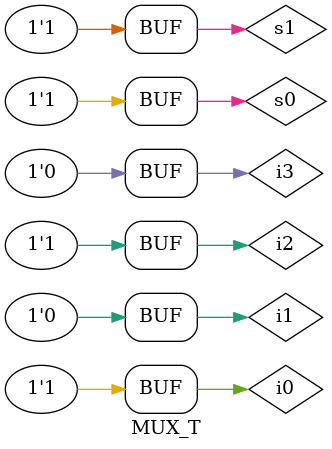
<source format=v>
`timescale 1ns / 1ps

module MUX_T;

	// Inputs
	reg s1;
	reg s0;
	reg i0;
	reg i1;
	reg i2;
	reg i3;

	// Outputs
	wire d;

	// Instantiate the Unit Under Test (UUT)
	MUX uut (
		.s1(s1), 
		.s0(s0), 
		.i0(i0), 
		.i1(i1), 
		.i2(i2), 
		.i3(i3), 
		.d(d)
	);

	initial begin
i0 = 1;
i1 = 0;
i2 = 1;
i3 = 0;
s1 = 0;
s0 = 0;
#100;
$display("TC11 ");
if ( d != i0 ) $display ("Result is wrong");
s1 = 0;
s0 = 1;
#100;
$display("TC12 ");
if ( d != i1 ) $display ("Result is wrong");
s1 = 1;
s0 = 0;
#100;
$display("TC13 ");
if ( d != i2 ) $display ("Result is wrong");
s1 = 1;
s0 = 1;
#100;
$display("TC14 ");
if ( d != i3 ) $display ("Result is wrong");
 // Your test cases

end
      
endmodule


</source>
